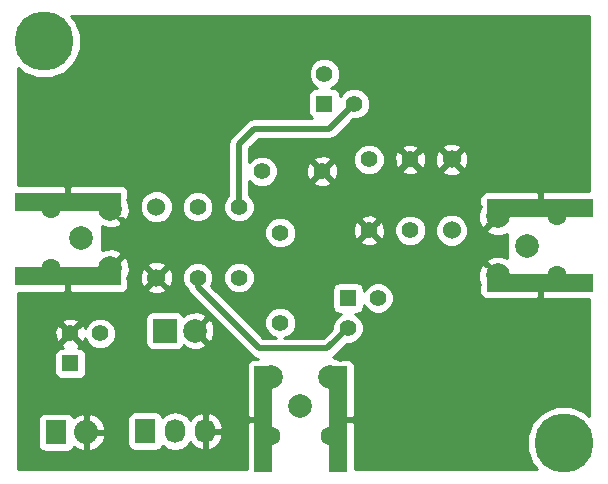
<source format=gtl>
G04 #@! TF.FileFunction,Copper,L1,Top,Signal*
%FSLAX45Y45*%
G04 Gerber Fmt 4.5, Leading zero omitted, Abs format (unit mm)*
G04 Created by KiCad (PCBNEW (2015-01-25 BZR 5388)-product) date Mo 03 Aug 2015 14:19:02 CEST*
%MOMM*%
G01*
G04 APERTURE LIST*
%ADD10C,0.150000*%
%ADD11R,1.800000X2.032000*%
%ADD12O,2.032000X2.032000*%
%ADD13C,5.001260*%
%ADD14C,1.524000*%
%ADD15C,1.397000*%
%ADD16R,1.397000X1.397000*%
%ADD17R,1.998980X1.998980*%
%ADD18C,1.998980*%
%ADD19R,1.524000X8.999220*%
%ADD20C,1.600200*%
%ADD21R,8.999220X1.524000*%
%ADD22R,1.727200X2.032000*%
%ADD23O,1.727200X2.032000*%
%ADD24C,0.508000*%
%ADD25C,0.254000*%
G04 APERTURE END LIST*
D10*
D11*
X12803000Y-9810000D03*
D12*
X13057000Y-9810000D03*
D13*
X17100042Y-9900158D03*
X12700000Y-6499860D03*
D14*
X16150082Y-8100060D03*
X16150082Y-7500112D03*
D15*
X15800070Y-8100060D03*
X15800070Y-7500112D03*
X15450058Y-8100060D03*
X15450058Y-7500112D03*
D14*
X13649960Y-7899908D03*
X13649960Y-8499856D03*
D15*
X13999972Y-7899908D03*
X13999972Y-8499856D03*
X14349984Y-7899908D03*
X14349984Y-8499856D03*
X15527020Y-8673084D03*
D16*
X15273020Y-8673084D03*
D15*
X15273020Y-8927084D03*
X14699996Y-8881110D03*
X14699996Y-8119110D03*
D17*
X13723112Y-8949944D03*
D18*
X13977112Y-8949944D03*
D15*
X14546072Y-7599934D03*
X15054072Y-7599934D03*
D16*
X12923012Y-9227058D03*
D15*
X12923012Y-8973058D03*
X13177012Y-8973058D03*
X15073122Y-6772910D03*
D16*
X15073122Y-7026910D03*
D15*
X15327122Y-7026910D03*
D19*
X15189454Y-9700006D03*
X14556994Y-9700006D03*
D18*
X14867890Y-9590024D03*
D20*
X14617954Y-9839960D03*
X15118080Y-9839960D03*
D18*
X15118080Y-9340088D03*
X14617954Y-9340088D03*
D21*
X16899890Y-7910576D03*
X16899890Y-8543036D03*
D18*
X16789908Y-8232140D03*
D20*
X17039844Y-8482076D03*
X17039844Y-7981950D03*
D18*
X16539972Y-7981950D03*
X16539972Y-8482076D03*
D21*
X12900152Y-8489442D03*
X12900152Y-7856982D03*
D18*
X13010134Y-8167878D03*
D20*
X12760198Y-7917942D03*
X12760198Y-8418068D03*
D18*
X13260070Y-8418068D03*
X13260070Y-7917942D03*
D22*
X13556000Y-9800000D03*
D23*
X13810000Y-9800000D03*
X14064000Y-9800000D03*
D24*
X13999972Y-8580120D02*
X14519910Y-9100058D01*
X14519910Y-9100058D02*
X15100046Y-9100058D01*
X15100046Y-9100058D02*
X15273020Y-8927084D01*
X13999972Y-8499856D02*
X13999972Y-8580120D01*
X14349984Y-7370064D02*
X14480032Y-7240016D01*
X14480032Y-7240016D02*
X15114016Y-7240016D01*
X15114016Y-7240016D02*
X15327122Y-7026910D01*
X14349984Y-7899908D02*
X14349984Y-7370064D01*
D25*
G36*
X17317466Y-9674129D02*
X17277893Y-9634487D01*
X17162687Y-9586650D01*
X17037944Y-9586541D01*
X16922655Y-9634177D01*
X16834371Y-9722307D01*
X16786534Y-9837513D01*
X16786425Y-9962256D01*
X16834061Y-10077545D01*
X16873775Y-10117328D01*
X16290996Y-10117328D01*
X16290996Y-7520882D01*
X16288218Y-7465375D01*
X16272322Y-7426998D01*
X16248103Y-7420051D01*
X16230143Y-7438012D01*
X16230143Y-7402091D01*
X16223196Y-7377872D01*
X16170852Y-7359198D01*
X16115345Y-7361976D01*
X16076968Y-7377872D01*
X16070021Y-7402091D01*
X16150082Y-7482151D01*
X16230143Y-7402091D01*
X16230143Y-7438012D01*
X16168042Y-7500112D01*
X16248103Y-7580173D01*
X16272322Y-7573226D01*
X16290996Y-7520882D01*
X16290996Y-10117328D01*
X16289806Y-10117328D01*
X16289806Y-8072394D01*
X16268583Y-8021030D01*
X16230143Y-7982522D01*
X16230143Y-7598133D01*
X16150082Y-7518072D01*
X16132121Y-7536033D01*
X16132121Y-7500112D01*
X16052061Y-7420051D01*
X16027842Y-7426998D01*
X16009168Y-7479342D01*
X16011946Y-7534849D01*
X16027842Y-7573226D01*
X16052061Y-7580173D01*
X16132121Y-7500112D01*
X16132121Y-7536033D01*
X16070021Y-7598133D01*
X16076968Y-7622352D01*
X16129312Y-7641026D01*
X16184819Y-7638248D01*
X16223196Y-7622352D01*
X16230143Y-7598133D01*
X16230143Y-7982522D01*
X16229319Y-7981697D01*
X16177992Y-7960384D01*
X16122416Y-7960336D01*
X16071052Y-7981559D01*
X16031719Y-8020823D01*
X16010406Y-8072150D01*
X16010358Y-8127726D01*
X16031581Y-8179090D01*
X16070845Y-8218423D01*
X16122172Y-8239736D01*
X16177748Y-8239784D01*
X16229112Y-8218561D01*
X16268445Y-8179297D01*
X16289758Y-8127970D01*
X16289806Y-8072394D01*
X16289806Y-10117328D01*
X15934663Y-10117328D01*
X15934663Y-7519364D01*
X15931785Y-7466392D01*
X15917050Y-7430819D01*
X15893489Y-7424654D01*
X15875528Y-7442614D01*
X15875528Y-7406693D01*
X15869363Y-7383132D01*
X15819322Y-7365519D01*
X15766350Y-7368397D01*
X15730777Y-7383132D01*
X15724612Y-7406693D01*
X15800070Y-7482151D01*
X15875528Y-7406693D01*
X15875528Y-7442614D01*
X15818030Y-7500112D01*
X15893489Y-7575570D01*
X15917050Y-7569405D01*
X15934663Y-7519364D01*
X15934663Y-10117328D01*
X15933443Y-10117328D01*
X15933443Y-8073651D01*
X15913185Y-8024622D01*
X15875705Y-7987077D01*
X15875528Y-7987004D01*
X15875528Y-7593531D01*
X15800070Y-7518072D01*
X15782109Y-7536033D01*
X15782109Y-7500112D01*
X15706651Y-7424654D01*
X15683090Y-7430819D01*
X15665477Y-7480860D01*
X15668355Y-7533832D01*
X15683090Y-7569405D01*
X15706651Y-7575570D01*
X15782109Y-7500112D01*
X15782109Y-7536033D01*
X15724612Y-7593531D01*
X15730777Y-7617092D01*
X15780818Y-7634705D01*
X15833790Y-7631827D01*
X15869363Y-7617092D01*
X15875528Y-7593531D01*
X15875528Y-7987004D01*
X15826711Y-7966733D01*
X15773661Y-7966687D01*
X15724632Y-7986945D01*
X15687087Y-8024425D01*
X15666743Y-8073419D01*
X15666697Y-8126469D01*
X15686955Y-8175498D01*
X15724435Y-8213043D01*
X15773429Y-8233387D01*
X15826479Y-8233433D01*
X15875508Y-8213175D01*
X15913053Y-8175695D01*
X15933397Y-8126701D01*
X15933443Y-8073651D01*
X15933443Y-10117328D01*
X15329154Y-10117328D01*
X15329154Y-9728581D01*
X15313279Y-9712706D01*
X15202154Y-9712706D01*
X15202154Y-9714706D01*
X15193529Y-9714706D01*
X15193486Y-9714565D01*
X15174754Y-9707832D01*
X15174754Y-9687306D01*
X15176754Y-9687306D01*
X15176754Y-9493881D01*
X15202154Y-9483360D01*
X15202154Y-9687306D01*
X15313279Y-9687306D01*
X15329154Y-9671431D01*
X15329154Y-9237414D01*
X15319487Y-9214075D01*
X15301624Y-9196212D01*
X15278285Y-9186545D01*
X15253023Y-9186545D01*
X15218029Y-9186545D01*
X15205720Y-9198854D01*
X15205476Y-9198192D01*
X15144522Y-9175548D01*
X15143978Y-9175568D01*
X15162908Y-9162920D01*
X15265400Y-9060427D01*
X15299429Y-9060457D01*
X15348458Y-9040199D01*
X15386003Y-9002719D01*
X15406347Y-8953725D01*
X15406393Y-8900675D01*
X15386135Y-8851646D01*
X15348655Y-8814101D01*
X15333186Y-8807678D01*
X15342870Y-8807678D01*
X15367082Y-8802980D01*
X15388363Y-8789001D01*
X15402608Y-8767898D01*
X15407614Y-8742934D01*
X15407614Y-8733296D01*
X15413905Y-8748522D01*
X15451385Y-8786067D01*
X15500379Y-8806411D01*
X15553429Y-8806457D01*
X15602458Y-8786199D01*
X15640003Y-8748719D01*
X15660347Y-8699725D01*
X15660393Y-8646675D01*
X15640135Y-8597646D01*
X15602655Y-8560101D01*
X15584651Y-8552625D01*
X15584651Y-8119312D01*
X15583431Y-8096863D01*
X15583431Y-7473703D01*
X15563173Y-7424674D01*
X15525693Y-7387129D01*
X15476699Y-7366785D01*
X15460495Y-7366771D01*
X15460495Y-7000501D01*
X15440237Y-6951472D01*
X15402757Y-6913927D01*
X15353763Y-6893583D01*
X15300713Y-6893537D01*
X15251684Y-6913795D01*
X15214139Y-6951275D01*
X15207716Y-6966744D01*
X15207716Y-6957060D01*
X15203018Y-6932848D01*
X15189039Y-6911567D01*
X15167936Y-6897322D01*
X15142972Y-6892316D01*
X15133334Y-6892316D01*
X15148560Y-6886025D01*
X15186105Y-6848545D01*
X15206449Y-6799551D01*
X15206495Y-6746501D01*
X15186237Y-6697472D01*
X15148757Y-6659927D01*
X15099763Y-6639583D01*
X15046713Y-6639537D01*
X14997684Y-6659795D01*
X14960139Y-6697275D01*
X14939795Y-6746269D01*
X14939749Y-6799319D01*
X14960007Y-6848348D01*
X14997487Y-6885893D01*
X15012956Y-6892316D01*
X15003272Y-6892316D01*
X14979060Y-6897014D01*
X14957779Y-6910993D01*
X14943534Y-6932096D01*
X14938528Y-6957060D01*
X14938528Y-7096760D01*
X14943226Y-7120972D01*
X14957205Y-7142253D01*
X14970335Y-7151116D01*
X14480032Y-7151116D01*
X14446011Y-7157883D01*
X14417170Y-7177154D01*
X14287122Y-7307202D01*
X14267851Y-7336043D01*
X14261084Y-7370064D01*
X14261084Y-7800232D01*
X14237001Y-7824273D01*
X14216657Y-7873267D01*
X14216611Y-7926317D01*
X14236869Y-7975346D01*
X14274349Y-8012891D01*
X14323343Y-8033235D01*
X14376393Y-8033281D01*
X14425422Y-8013023D01*
X14462967Y-7975543D01*
X14483311Y-7926549D01*
X14483357Y-7873499D01*
X14463099Y-7824470D01*
X14438884Y-7800213D01*
X14438884Y-7681309D01*
X14470437Y-7712917D01*
X14519431Y-7733261D01*
X14572481Y-7733307D01*
X14621510Y-7713049D01*
X14659055Y-7675569D01*
X14679399Y-7626575D01*
X14679445Y-7573525D01*
X14659187Y-7524496D01*
X14621707Y-7486951D01*
X14572713Y-7466607D01*
X14519663Y-7466561D01*
X14470634Y-7486819D01*
X14438884Y-7518514D01*
X14438884Y-7406888D01*
X14516856Y-7328916D01*
X15114016Y-7328916D01*
X15148036Y-7322149D01*
X15148037Y-7322149D01*
X15176878Y-7302878D01*
X15319502Y-7160253D01*
X15353531Y-7160283D01*
X15402560Y-7140025D01*
X15440105Y-7102545D01*
X15460449Y-7053551D01*
X15460495Y-7000501D01*
X15460495Y-7366771D01*
X15423649Y-7366739D01*
X15374620Y-7386997D01*
X15337075Y-7424477D01*
X15316731Y-7473471D01*
X15316685Y-7526521D01*
X15336943Y-7575550D01*
X15374423Y-7613095D01*
X15423417Y-7633439D01*
X15476467Y-7633485D01*
X15525496Y-7613227D01*
X15563041Y-7575747D01*
X15583385Y-7526753D01*
X15583431Y-7473703D01*
X15583431Y-8096863D01*
X15581773Y-8066340D01*
X15567038Y-8030767D01*
X15543477Y-8024602D01*
X15525516Y-8042562D01*
X15525516Y-8006641D01*
X15519351Y-7983080D01*
X15469310Y-7965467D01*
X15416338Y-7968345D01*
X15380765Y-7983080D01*
X15374600Y-8006641D01*
X15450058Y-8082099D01*
X15525516Y-8006641D01*
X15525516Y-8042562D01*
X15468018Y-8100060D01*
X15543477Y-8175518D01*
X15567038Y-8169353D01*
X15584651Y-8119312D01*
X15584651Y-8552625D01*
X15553661Y-8539757D01*
X15525516Y-8539733D01*
X15525516Y-8193479D01*
X15450058Y-8118020D01*
X15432097Y-8135981D01*
X15432097Y-8100060D01*
X15356639Y-8024602D01*
X15333078Y-8030767D01*
X15315465Y-8080808D01*
X15318343Y-8133780D01*
X15333078Y-8169353D01*
X15356639Y-8175518D01*
X15432097Y-8100060D01*
X15432097Y-8135981D01*
X15374600Y-8193479D01*
X15380765Y-8217040D01*
X15430806Y-8234653D01*
X15483778Y-8231775D01*
X15519351Y-8217040D01*
X15525516Y-8193479D01*
X15525516Y-8539733D01*
X15500611Y-8539711D01*
X15451582Y-8559969D01*
X15414037Y-8597449D01*
X15407614Y-8612918D01*
X15407614Y-8603234D01*
X15402916Y-8579022D01*
X15388937Y-8557741D01*
X15367834Y-8543496D01*
X15342870Y-8538490D01*
X15203170Y-8538490D01*
X15188665Y-8541304D01*
X15188665Y-7619186D01*
X15185787Y-7566214D01*
X15171052Y-7530641D01*
X15147491Y-7524476D01*
X15129530Y-7542436D01*
X15129530Y-7506515D01*
X15123365Y-7482954D01*
X15073324Y-7465341D01*
X15020352Y-7468219D01*
X14984779Y-7482954D01*
X14978614Y-7506515D01*
X15054072Y-7581973D01*
X15129530Y-7506515D01*
X15129530Y-7542436D01*
X15072032Y-7599934D01*
X15147491Y-7675392D01*
X15171052Y-7669227D01*
X15188665Y-7619186D01*
X15188665Y-8541304D01*
X15178958Y-8543188D01*
X15157677Y-8557167D01*
X15143432Y-8578270D01*
X15138426Y-8603234D01*
X15138426Y-8742934D01*
X15143124Y-8767146D01*
X15157103Y-8788427D01*
X15178206Y-8802672D01*
X15203170Y-8807678D01*
X15212808Y-8807678D01*
X15197582Y-8813969D01*
X15160037Y-8851449D01*
X15139693Y-8900443D01*
X15139663Y-8934717D01*
X15129530Y-8944850D01*
X15129530Y-7693353D01*
X15054072Y-7617894D01*
X15036111Y-7635855D01*
X15036111Y-7599934D01*
X14960653Y-7524476D01*
X14937092Y-7530641D01*
X14919479Y-7580682D01*
X14922357Y-7633654D01*
X14937092Y-7669227D01*
X14960653Y-7675392D01*
X15036111Y-7599934D01*
X15036111Y-7635855D01*
X14978614Y-7693353D01*
X14984779Y-7716914D01*
X15034820Y-7734527D01*
X15087792Y-7731649D01*
X15123365Y-7716914D01*
X15129530Y-7693353D01*
X15129530Y-8944850D01*
X15063222Y-9011158D01*
X14734452Y-9011158D01*
X14775434Y-8994225D01*
X14812979Y-8956745D01*
X14833323Y-8907751D01*
X14833369Y-8854701D01*
X14833369Y-8092701D01*
X14813111Y-8043672D01*
X14775631Y-8006127D01*
X14726637Y-7985783D01*
X14673587Y-7985737D01*
X14624558Y-8005995D01*
X14587013Y-8043475D01*
X14566669Y-8092469D01*
X14566623Y-8145519D01*
X14586881Y-8194548D01*
X14624361Y-8232093D01*
X14673355Y-8252437D01*
X14726405Y-8252483D01*
X14775434Y-8232225D01*
X14812979Y-8194745D01*
X14833323Y-8145751D01*
X14833369Y-8092701D01*
X14833369Y-8854701D01*
X14813111Y-8805672D01*
X14775631Y-8768127D01*
X14726637Y-8747783D01*
X14673587Y-8747737D01*
X14624558Y-8767995D01*
X14587013Y-8805475D01*
X14566669Y-8854469D01*
X14566623Y-8907519D01*
X14586881Y-8956548D01*
X14624361Y-8994093D01*
X14665458Y-9011158D01*
X14556733Y-9011158D01*
X14483357Y-8937782D01*
X14483357Y-8473447D01*
X14463099Y-8424418D01*
X14425619Y-8386873D01*
X14376625Y-8366529D01*
X14323575Y-8366483D01*
X14274546Y-8386741D01*
X14237001Y-8424221D01*
X14216657Y-8473215D01*
X14216611Y-8526265D01*
X14236869Y-8575294D01*
X14274349Y-8612839D01*
X14323343Y-8633183D01*
X14376393Y-8633229D01*
X14425422Y-8612971D01*
X14462967Y-8575491D01*
X14483311Y-8526497D01*
X14483357Y-8473447D01*
X14483357Y-8937782D01*
X14115335Y-8569759D01*
X14133299Y-8526497D01*
X14133345Y-8473447D01*
X14133345Y-7873499D01*
X14113087Y-7824470D01*
X14075607Y-7786925D01*
X14026613Y-7766581D01*
X13973563Y-7766535D01*
X13924534Y-7786793D01*
X13886989Y-7824273D01*
X13866645Y-7873267D01*
X13866599Y-7926317D01*
X13886857Y-7975346D01*
X13924337Y-8012891D01*
X13973331Y-8033235D01*
X14026381Y-8033281D01*
X14075410Y-8013023D01*
X14112955Y-7975543D01*
X14133299Y-7926549D01*
X14133345Y-7873499D01*
X14133345Y-8473447D01*
X14113087Y-8424418D01*
X14075607Y-8386873D01*
X14026613Y-8366529D01*
X13973563Y-8366483D01*
X13924534Y-8386741D01*
X13886989Y-8424221D01*
X13866645Y-8473215D01*
X13866599Y-8526265D01*
X13886857Y-8575294D01*
X13915899Y-8604386D01*
X13915899Y-8604386D01*
X13917839Y-8614141D01*
X13937110Y-8642982D01*
X14457048Y-9162920D01*
X14485889Y-9182191D01*
X14485889Y-9182191D01*
X14507779Y-9186545D01*
X14493425Y-9186545D01*
X14468163Y-9186545D01*
X14444824Y-9196212D01*
X14426961Y-9214075D01*
X14417294Y-9237414D01*
X14417294Y-9671431D01*
X14433169Y-9687306D01*
X14544294Y-9687306D01*
X14544294Y-9685306D01*
X14569694Y-9685306D01*
X14569694Y-9687306D01*
X14571694Y-9687306D01*
X14571694Y-9702492D01*
X14544294Y-9713842D01*
X14544294Y-9712706D01*
X14433169Y-9712706D01*
X14417294Y-9728581D01*
X14417294Y-10117328D01*
X14212518Y-10117328D01*
X14212518Y-9836191D01*
X14212518Y-9763809D01*
X14193195Y-9708568D01*
X14154204Y-9664927D01*
X14141652Y-9658881D01*
X14141652Y-8976386D01*
X14139246Y-8911406D01*
X14119008Y-8862548D01*
X14092328Y-8852688D01*
X13995072Y-8949944D01*
X14092328Y-9047200D01*
X14119008Y-9037340D01*
X14141652Y-8976386D01*
X14141652Y-9658881D01*
X14101479Y-9639529D01*
X14099903Y-9639264D01*
X14076700Y-9651378D01*
X14076700Y-9787300D01*
X14198092Y-9787300D01*
X14212518Y-9763809D01*
X14212518Y-9836191D01*
X14198092Y-9812700D01*
X14076700Y-9812700D01*
X14076700Y-9948622D01*
X14099903Y-9960736D01*
X14101479Y-9960471D01*
X14154204Y-9935073D01*
X14193195Y-9891432D01*
X14212518Y-9836191D01*
X14212518Y-10117328D01*
X14074368Y-10117328D01*
X14074368Y-9065160D01*
X13977112Y-8967905D01*
X13975698Y-8969319D01*
X13957737Y-8951358D01*
X13959151Y-8949944D01*
X13957737Y-8948530D01*
X13975698Y-8930569D01*
X13977112Y-8931984D01*
X14074368Y-8834728D01*
X14064508Y-8808048D01*
X14003554Y-8785404D01*
X13938574Y-8787810D01*
X13889716Y-8808048D01*
X13883126Y-8825880D01*
X13883107Y-8825783D01*
X13869128Y-8804502D01*
X13848025Y-8790257D01*
X13823061Y-8785251D01*
X13790874Y-8785251D01*
X13790874Y-8520626D01*
X13789684Y-8496846D01*
X13789684Y-7872242D01*
X13768461Y-7820878D01*
X13729197Y-7781545D01*
X13677870Y-7760232D01*
X13622294Y-7760184D01*
X13570930Y-7781407D01*
X13531597Y-7820671D01*
X13510284Y-7871998D01*
X13510236Y-7927574D01*
X13531459Y-7978938D01*
X13570723Y-8018271D01*
X13622050Y-8039584D01*
X13677626Y-8039632D01*
X13728990Y-8018409D01*
X13768323Y-7979145D01*
X13789636Y-7927818D01*
X13789684Y-7872242D01*
X13789684Y-8496846D01*
X13788096Y-8465119D01*
X13772200Y-8426742D01*
X13747981Y-8419795D01*
X13730021Y-8437756D01*
X13730021Y-8401835D01*
X13723074Y-8377616D01*
X13670730Y-8358942D01*
X13615223Y-8361720D01*
X13576846Y-8377616D01*
X13569899Y-8401835D01*
X13649960Y-8481896D01*
X13730021Y-8401835D01*
X13730021Y-8437756D01*
X13667920Y-8499856D01*
X13747981Y-8579917D01*
X13772200Y-8572970D01*
X13790874Y-8520626D01*
X13790874Y-8785251D01*
X13730021Y-8785251D01*
X13730021Y-8597877D01*
X13649960Y-8517817D01*
X13631999Y-8535777D01*
X13631999Y-8499856D01*
X13551939Y-8419795D01*
X13527720Y-8426742D01*
X13509046Y-8479086D01*
X13511824Y-8534593D01*
X13527720Y-8572970D01*
X13551939Y-8579917D01*
X13631999Y-8499856D01*
X13631999Y-8535777D01*
X13569899Y-8597877D01*
X13576846Y-8622096D01*
X13629190Y-8640770D01*
X13684697Y-8637992D01*
X13723074Y-8622096D01*
X13730021Y-8597877D01*
X13730021Y-8785251D01*
X13623163Y-8785251D01*
X13598951Y-8789949D01*
X13577670Y-8803928D01*
X13563425Y-8825031D01*
X13558419Y-8849995D01*
X13558419Y-9049893D01*
X13563117Y-9074105D01*
X13577096Y-9095386D01*
X13598199Y-9109631D01*
X13623163Y-9114637D01*
X13823061Y-9114637D01*
X13847273Y-9109939D01*
X13868554Y-9095960D01*
X13882799Y-9074857D01*
X13883024Y-9073732D01*
X13889716Y-9091841D01*
X13950670Y-9114484D01*
X14015650Y-9112078D01*
X14064508Y-9091841D01*
X14074368Y-9065160D01*
X14074368Y-10117328D01*
X14051300Y-10117328D01*
X14051300Y-9948622D01*
X14051300Y-9812700D01*
X14049300Y-9812700D01*
X14049300Y-9787300D01*
X14051300Y-9787300D01*
X14051300Y-9651378D01*
X14028097Y-9639264D01*
X14026521Y-9639529D01*
X13973796Y-9664927D01*
X13936646Y-9706507D01*
X13915967Y-9675559D01*
X13867349Y-9643073D01*
X13810000Y-9631666D01*
X13752651Y-9643073D01*
X13704033Y-9675559D01*
X13702978Y-9677137D01*
X13702406Y-9674188D01*
X13688427Y-9652907D01*
X13667324Y-9638662D01*
X13642360Y-9633656D01*
X13469640Y-9633656D01*
X13445428Y-9638354D01*
X13424147Y-9652333D01*
X13409902Y-9673436D01*
X13404896Y-9698400D01*
X13404896Y-9901600D01*
X13409594Y-9925812D01*
X13423573Y-9947093D01*
X13444676Y-9961338D01*
X13469640Y-9966344D01*
X13642360Y-9966344D01*
X13666572Y-9961646D01*
X13687853Y-9947667D01*
X13702098Y-9926564D01*
X13702872Y-9922704D01*
X13704033Y-9924442D01*
X13752651Y-9956927D01*
X13810000Y-9968335D01*
X13867349Y-9956927D01*
X13915967Y-9924442D01*
X13936646Y-9893493D01*
X13973796Y-9935073D01*
X14026521Y-9960471D01*
X14028097Y-9960736D01*
X14051300Y-9948622D01*
X14051300Y-10117328D01*
X13310385Y-10117328D01*
X13310385Y-8946649D01*
X13290127Y-8897620D01*
X13252647Y-8860075D01*
X13203653Y-8839731D01*
X13150603Y-8839685D01*
X13101574Y-8859943D01*
X13064029Y-8897423D01*
X13050681Y-8929570D01*
X13039992Y-8903765D01*
X13016431Y-8897600D01*
X12998470Y-8915560D01*
X12998470Y-8879639D01*
X12992305Y-8856078D01*
X12942264Y-8838465D01*
X12889292Y-8841343D01*
X12853719Y-8856078D01*
X12847554Y-8879639D01*
X12923012Y-8955098D01*
X12998470Y-8879639D01*
X12998470Y-8915560D01*
X12940972Y-8973058D01*
X13016431Y-9048516D01*
X13039992Y-9042351D01*
X13049820Y-9014427D01*
X13063897Y-9048496D01*
X13101377Y-9086041D01*
X13150371Y-9106385D01*
X13203421Y-9106431D01*
X13252450Y-9086173D01*
X13289995Y-9048693D01*
X13310339Y-8999699D01*
X13310385Y-8946649D01*
X13310385Y-10117328D01*
X13217597Y-10117328D01*
X13217597Y-9848294D01*
X13217597Y-9771706D01*
X13197638Y-9723518D01*
X13153838Y-9676281D01*
X13095295Y-9649402D01*
X13069700Y-9661263D01*
X13069700Y-9797300D01*
X13205684Y-9797300D01*
X13217597Y-9771706D01*
X13217597Y-9848294D01*
X13205684Y-9822700D01*
X13069700Y-9822700D01*
X13069700Y-9958737D01*
X13095295Y-9970598D01*
X13153838Y-9943719D01*
X13197638Y-9896482D01*
X13217597Y-9848294D01*
X13217597Y-10117328D01*
X13057606Y-10117328D01*
X13057606Y-9296908D01*
X13057606Y-9157208D01*
X13052908Y-9132996D01*
X13038929Y-9111715D01*
X13017826Y-9097470D01*
X12992862Y-9092464D01*
X12986448Y-9092464D01*
X12992305Y-9090038D01*
X12998470Y-9066477D01*
X12923012Y-8991019D01*
X12905051Y-9008979D01*
X12905051Y-8973058D01*
X12829593Y-8897600D01*
X12806032Y-8903765D01*
X12788419Y-8953806D01*
X12791297Y-9006778D01*
X12806032Y-9042351D01*
X12829593Y-9048516D01*
X12905051Y-8973058D01*
X12905051Y-9008979D01*
X12847554Y-9066477D01*
X12853719Y-9090038D01*
X12860612Y-9092464D01*
X12853162Y-9092464D01*
X12828950Y-9097162D01*
X12807669Y-9111141D01*
X12793424Y-9132244D01*
X12788418Y-9157208D01*
X12788418Y-9296908D01*
X12793116Y-9321120D01*
X12807095Y-9342401D01*
X12828198Y-9356646D01*
X12853162Y-9361652D01*
X12992862Y-9361652D01*
X13017074Y-9356954D01*
X13038355Y-9342975D01*
X13052600Y-9321872D01*
X13057606Y-9296908D01*
X13057606Y-10117328D01*
X13044300Y-10117328D01*
X13044300Y-9958737D01*
X13044300Y-9822700D01*
X13042300Y-9822700D01*
X13042300Y-9797300D01*
X13044300Y-9797300D01*
X13044300Y-9661263D01*
X13018705Y-9649402D01*
X12960162Y-9676281D01*
X12952957Y-9684052D01*
X12939067Y-9662907D01*
X12917964Y-9648662D01*
X12893000Y-9643656D01*
X12713000Y-9643656D01*
X12688788Y-9648354D01*
X12667507Y-9662333D01*
X12653262Y-9683436D01*
X12648256Y-9708400D01*
X12648256Y-9911600D01*
X12652954Y-9935812D01*
X12666933Y-9957093D01*
X12688036Y-9971338D01*
X12713000Y-9976344D01*
X12893000Y-9976344D01*
X12917212Y-9971646D01*
X12938493Y-9957667D01*
X12952738Y-9936564D01*
X12952878Y-9935863D01*
X12960162Y-9943719D01*
X13018705Y-9970598D01*
X13044300Y-9958737D01*
X13044300Y-10117328D01*
X12482576Y-10117328D01*
X12482576Y-8629142D01*
X12871577Y-8629142D01*
X12887452Y-8613267D01*
X12887452Y-8502142D01*
X12885452Y-8502142D01*
X12885452Y-8493517D01*
X12885593Y-8493475D01*
X12892326Y-8474742D01*
X12912852Y-8474742D01*
X12912852Y-8476742D01*
X13106276Y-8476742D01*
X13116797Y-8502142D01*
X12912852Y-8502142D01*
X12912852Y-8613267D01*
X12928727Y-8629142D01*
X13362744Y-8629142D01*
X13386083Y-8619475D01*
X13403946Y-8601612D01*
X13413613Y-8578273D01*
X13413613Y-8553011D01*
X13413613Y-8518017D01*
X13401304Y-8505708D01*
X13401966Y-8505464D01*
X13424610Y-8444510D01*
X13422204Y-8379530D01*
X13401966Y-8330672D01*
X13375286Y-8320812D01*
X13346356Y-8349742D01*
X13310435Y-8349742D01*
X13357326Y-8302852D01*
X13347466Y-8276171D01*
X13286512Y-8253528D01*
X13221532Y-8255934D01*
X13192700Y-8267876D01*
X13192700Y-8067278D01*
X13233628Y-8082482D01*
X13298608Y-8080076D01*
X13347466Y-8059838D01*
X13357326Y-8033158D01*
X13320849Y-7996682D01*
X13356770Y-7996682D01*
X13375286Y-8015198D01*
X13401966Y-8005338D01*
X13424610Y-7944384D01*
X13422204Y-7879404D01*
X13404751Y-7837269D01*
X13413613Y-7828407D01*
X13413613Y-7793413D01*
X13413613Y-7768151D01*
X13403946Y-7744812D01*
X13386083Y-7726949D01*
X13362744Y-7717282D01*
X12928727Y-7717282D01*
X12912852Y-7733157D01*
X12912852Y-7844282D01*
X13113071Y-7844282D01*
X13103635Y-7869682D01*
X12912852Y-7869682D01*
X12912852Y-7871682D01*
X12897665Y-7871682D01*
X12886316Y-7844282D01*
X12887452Y-7844282D01*
X12887452Y-7733157D01*
X12871577Y-7717282D01*
X12482576Y-7717282D01*
X12482576Y-6725889D01*
X12522149Y-6765531D01*
X12637355Y-6813368D01*
X12762098Y-6813477D01*
X12877387Y-6765841D01*
X12965671Y-6677711D01*
X13013508Y-6562505D01*
X13013617Y-6437762D01*
X12965981Y-6322473D01*
X12926014Y-6282436D01*
X17317466Y-6282436D01*
X17317466Y-7770876D01*
X16928465Y-7770876D01*
X16912590Y-7786751D01*
X16912590Y-7897876D01*
X16914590Y-7897876D01*
X16914590Y-7906501D01*
X16914449Y-7906543D01*
X16907716Y-7925276D01*
X16887190Y-7925276D01*
X16887190Y-7923276D01*
X16693765Y-7923276D01*
X16683244Y-7897876D01*
X16887190Y-7897876D01*
X16887190Y-7786751D01*
X16871315Y-7770876D01*
X16437298Y-7770876D01*
X16413959Y-7780543D01*
X16396096Y-7798406D01*
X16386429Y-7821745D01*
X16386429Y-7847007D01*
X16386429Y-7882001D01*
X16398737Y-7894309D01*
X16398075Y-7894554D01*
X16375432Y-7955508D01*
X16377838Y-8020488D01*
X16398075Y-8069346D01*
X16424756Y-8079206D01*
X16453685Y-8050276D01*
X16489606Y-8050276D01*
X16442716Y-8097166D01*
X16452576Y-8123846D01*
X16513530Y-8146490D01*
X16578510Y-8144084D01*
X16617300Y-8128017D01*
X16617300Y-8336439D01*
X16566414Y-8317536D01*
X16501434Y-8319942D01*
X16452576Y-8340179D01*
X16442716Y-8366860D01*
X16479192Y-8403336D01*
X16443271Y-8403336D01*
X16424756Y-8384820D01*
X16398075Y-8394680D01*
X16375432Y-8455634D01*
X16377838Y-8520614D01*
X16395291Y-8562749D01*
X16386429Y-8571611D01*
X16386429Y-8606605D01*
X16386429Y-8631867D01*
X16396096Y-8655206D01*
X16413959Y-8673069D01*
X16437298Y-8682736D01*
X16871315Y-8682736D01*
X16887190Y-8666861D01*
X16887190Y-8555736D01*
X16686971Y-8555736D01*
X16696407Y-8530336D01*
X16887190Y-8530336D01*
X16887190Y-8528336D01*
X16902376Y-8528336D01*
X16913726Y-8555736D01*
X16912590Y-8555736D01*
X16912590Y-8666861D01*
X16928465Y-8682736D01*
X17317466Y-8682736D01*
X17317466Y-9674129D01*
X17317466Y-9674129D01*
G37*
X17317466Y-9674129D02*
X17277893Y-9634487D01*
X17162687Y-9586650D01*
X17037944Y-9586541D01*
X16922655Y-9634177D01*
X16834371Y-9722307D01*
X16786534Y-9837513D01*
X16786425Y-9962256D01*
X16834061Y-10077545D01*
X16873775Y-10117328D01*
X16290996Y-10117328D01*
X16290996Y-7520882D01*
X16288218Y-7465375D01*
X16272322Y-7426998D01*
X16248103Y-7420051D01*
X16230143Y-7438012D01*
X16230143Y-7402091D01*
X16223196Y-7377872D01*
X16170852Y-7359198D01*
X16115345Y-7361976D01*
X16076968Y-7377872D01*
X16070021Y-7402091D01*
X16150082Y-7482151D01*
X16230143Y-7402091D01*
X16230143Y-7438012D01*
X16168042Y-7500112D01*
X16248103Y-7580173D01*
X16272322Y-7573226D01*
X16290996Y-7520882D01*
X16290996Y-10117328D01*
X16289806Y-10117328D01*
X16289806Y-8072394D01*
X16268583Y-8021030D01*
X16230143Y-7982522D01*
X16230143Y-7598133D01*
X16150082Y-7518072D01*
X16132121Y-7536033D01*
X16132121Y-7500112D01*
X16052061Y-7420051D01*
X16027842Y-7426998D01*
X16009168Y-7479342D01*
X16011946Y-7534849D01*
X16027842Y-7573226D01*
X16052061Y-7580173D01*
X16132121Y-7500112D01*
X16132121Y-7536033D01*
X16070021Y-7598133D01*
X16076968Y-7622352D01*
X16129312Y-7641026D01*
X16184819Y-7638248D01*
X16223196Y-7622352D01*
X16230143Y-7598133D01*
X16230143Y-7982522D01*
X16229319Y-7981697D01*
X16177992Y-7960384D01*
X16122416Y-7960336D01*
X16071052Y-7981559D01*
X16031719Y-8020823D01*
X16010406Y-8072150D01*
X16010358Y-8127726D01*
X16031581Y-8179090D01*
X16070845Y-8218423D01*
X16122172Y-8239736D01*
X16177748Y-8239784D01*
X16229112Y-8218561D01*
X16268445Y-8179297D01*
X16289758Y-8127970D01*
X16289806Y-8072394D01*
X16289806Y-10117328D01*
X15934663Y-10117328D01*
X15934663Y-7519364D01*
X15931785Y-7466392D01*
X15917050Y-7430819D01*
X15893489Y-7424654D01*
X15875528Y-7442614D01*
X15875528Y-7406693D01*
X15869363Y-7383132D01*
X15819322Y-7365519D01*
X15766350Y-7368397D01*
X15730777Y-7383132D01*
X15724612Y-7406693D01*
X15800070Y-7482151D01*
X15875528Y-7406693D01*
X15875528Y-7442614D01*
X15818030Y-7500112D01*
X15893489Y-7575570D01*
X15917050Y-7569405D01*
X15934663Y-7519364D01*
X15934663Y-10117328D01*
X15933443Y-10117328D01*
X15933443Y-8073651D01*
X15913185Y-8024622D01*
X15875705Y-7987077D01*
X15875528Y-7987004D01*
X15875528Y-7593531D01*
X15800070Y-7518072D01*
X15782109Y-7536033D01*
X15782109Y-7500112D01*
X15706651Y-7424654D01*
X15683090Y-7430819D01*
X15665477Y-7480860D01*
X15668355Y-7533832D01*
X15683090Y-7569405D01*
X15706651Y-7575570D01*
X15782109Y-7500112D01*
X15782109Y-7536033D01*
X15724612Y-7593531D01*
X15730777Y-7617092D01*
X15780818Y-7634705D01*
X15833790Y-7631827D01*
X15869363Y-7617092D01*
X15875528Y-7593531D01*
X15875528Y-7987004D01*
X15826711Y-7966733D01*
X15773661Y-7966687D01*
X15724632Y-7986945D01*
X15687087Y-8024425D01*
X15666743Y-8073419D01*
X15666697Y-8126469D01*
X15686955Y-8175498D01*
X15724435Y-8213043D01*
X15773429Y-8233387D01*
X15826479Y-8233433D01*
X15875508Y-8213175D01*
X15913053Y-8175695D01*
X15933397Y-8126701D01*
X15933443Y-8073651D01*
X15933443Y-10117328D01*
X15329154Y-10117328D01*
X15329154Y-9728581D01*
X15313279Y-9712706D01*
X15202154Y-9712706D01*
X15202154Y-9714706D01*
X15193529Y-9714706D01*
X15193486Y-9714565D01*
X15174754Y-9707832D01*
X15174754Y-9687306D01*
X15176754Y-9687306D01*
X15176754Y-9493881D01*
X15202154Y-9483360D01*
X15202154Y-9687306D01*
X15313279Y-9687306D01*
X15329154Y-9671431D01*
X15329154Y-9237414D01*
X15319487Y-9214075D01*
X15301624Y-9196212D01*
X15278285Y-9186545D01*
X15253023Y-9186545D01*
X15218029Y-9186545D01*
X15205720Y-9198854D01*
X15205476Y-9198192D01*
X15144522Y-9175548D01*
X15143978Y-9175568D01*
X15162908Y-9162920D01*
X15265400Y-9060427D01*
X15299429Y-9060457D01*
X15348458Y-9040199D01*
X15386003Y-9002719D01*
X15406347Y-8953725D01*
X15406393Y-8900675D01*
X15386135Y-8851646D01*
X15348655Y-8814101D01*
X15333186Y-8807678D01*
X15342870Y-8807678D01*
X15367082Y-8802980D01*
X15388363Y-8789001D01*
X15402608Y-8767898D01*
X15407614Y-8742934D01*
X15407614Y-8733296D01*
X15413905Y-8748522D01*
X15451385Y-8786067D01*
X15500379Y-8806411D01*
X15553429Y-8806457D01*
X15602458Y-8786199D01*
X15640003Y-8748719D01*
X15660347Y-8699725D01*
X15660393Y-8646675D01*
X15640135Y-8597646D01*
X15602655Y-8560101D01*
X15584651Y-8552625D01*
X15584651Y-8119312D01*
X15583431Y-8096863D01*
X15583431Y-7473703D01*
X15563173Y-7424674D01*
X15525693Y-7387129D01*
X15476699Y-7366785D01*
X15460495Y-7366771D01*
X15460495Y-7000501D01*
X15440237Y-6951472D01*
X15402757Y-6913927D01*
X15353763Y-6893583D01*
X15300713Y-6893537D01*
X15251684Y-6913795D01*
X15214139Y-6951275D01*
X15207716Y-6966744D01*
X15207716Y-6957060D01*
X15203018Y-6932848D01*
X15189039Y-6911567D01*
X15167936Y-6897322D01*
X15142972Y-6892316D01*
X15133334Y-6892316D01*
X15148560Y-6886025D01*
X15186105Y-6848545D01*
X15206449Y-6799551D01*
X15206495Y-6746501D01*
X15186237Y-6697472D01*
X15148757Y-6659927D01*
X15099763Y-6639583D01*
X15046713Y-6639537D01*
X14997684Y-6659795D01*
X14960139Y-6697275D01*
X14939795Y-6746269D01*
X14939749Y-6799319D01*
X14960007Y-6848348D01*
X14997487Y-6885893D01*
X15012956Y-6892316D01*
X15003272Y-6892316D01*
X14979060Y-6897014D01*
X14957779Y-6910993D01*
X14943534Y-6932096D01*
X14938528Y-6957060D01*
X14938528Y-7096760D01*
X14943226Y-7120972D01*
X14957205Y-7142253D01*
X14970335Y-7151116D01*
X14480032Y-7151116D01*
X14446011Y-7157883D01*
X14417170Y-7177154D01*
X14287122Y-7307202D01*
X14267851Y-7336043D01*
X14261084Y-7370064D01*
X14261084Y-7800232D01*
X14237001Y-7824273D01*
X14216657Y-7873267D01*
X14216611Y-7926317D01*
X14236869Y-7975346D01*
X14274349Y-8012891D01*
X14323343Y-8033235D01*
X14376393Y-8033281D01*
X14425422Y-8013023D01*
X14462967Y-7975543D01*
X14483311Y-7926549D01*
X14483357Y-7873499D01*
X14463099Y-7824470D01*
X14438884Y-7800213D01*
X14438884Y-7681309D01*
X14470437Y-7712917D01*
X14519431Y-7733261D01*
X14572481Y-7733307D01*
X14621510Y-7713049D01*
X14659055Y-7675569D01*
X14679399Y-7626575D01*
X14679445Y-7573525D01*
X14659187Y-7524496D01*
X14621707Y-7486951D01*
X14572713Y-7466607D01*
X14519663Y-7466561D01*
X14470634Y-7486819D01*
X14438884Y-7518514D01*
X14438884Y-7406888D01*
X14516856Y-7328916D01*
X15114016Y-7328916D01*
X15148036Y-7322149D01*
X15148037Y-7322149D01*
X15176878Y-7302878D01*
X15319502Y-7160253D01*
X15353531Y-7160283D01*
X15402560Y-7140025D01*
X15440105Y-7102545D01*
X15460449Y-7053551D01*
X15460495Y-7000501D01*
X15460495Y-7366771D01*
X15423649Y-7366739D01*
X15374620Y-7386997D01*
X15337075Y-7424477D01*
X15316731Y-7473471D01*
X15316685Y-7526521D01*
X15336943Y-7575550D01*
X15374423Y-7613095D01*
X15423417Y-7633439D01*
X15476467Y-7633485D01*
X15525496Y-7613227D01*
X15563041Y-7575747D01*
X15583385Y-7526753D01*
X15583431Y-7473703D01*
X15583431Y-8096863D01*
X15581773Y-8066340D01*
X15567038Y-8030767D01*
X15543477Y-8024602D01*
X15525516Y-8042562D01*
X15525516Y-8006641D01*
X15519351Y-7983080D01*
X15469310Y-7965467D01*
X15416338Y-7968345D01*
X15380765Y-7983080D01*
X15374600Y-8006641D01*
X15450058Y-8082099D01*
X15525516Y-8006641D01*
X15525516Y-8042562D01*
X15468018Y-8100060D01*
X15543477Y-8175518D01*
X15567038Y-8169353D01*
X15584651Y-8119312D01*
X15584651Y-8552625D01*
X15553661Y-8539757D01*
X15525516Y-8539733D01*
X15525516Y-8193479D01*
X15450058Y-8118020D01*
X15432097Y-8135981D01*
X15432097Y-8100060D01*
X15356639Y-8024602D01*
X15333078Y-8030767D01*
X15315465Y-8080808D01*
X15318343Y-8133780D01*
X15333078Y-8169353D01*
X15356639Y-8175518D01*
X15432097Y-8100060D01*
X15432097Y-8135981D01*
X15374600Y-8193479D01*
X15380765Y-8217040D01*
X15430806Y-8234653D01*
X15483778Y-8231775D01*
X15519351Y-8217040D01*
X15525516Y-8193479D01*
X15525516Y-8539733D01*
X15500611Y-8539711D01*
X15451582Y-8559969D01*
X15414037Y-8597449D01*
X15407614Y-8612918D01*
X15407614Y-8603234D01*
X15402916Y-8579022D01*
X15388937Y-8557741D01*
X15367834Y-8543496D01*
X15342870Y-8538490D01*
X15203170Y-8538490D01*
X15188665Y-8541304D01*
X15188665Y-7619186D01*
X15185787Y-7566214D01*
X15171052Y-7530641D01*
X15147491Y-7524476D01*
X15129530Y-7542436D01*
X15129530Y-7506515D01*
X15123365Y-7482954D01*
X15073324Y-7465341D01*
X15020352Y-7468219D01*
X14984779Y-7482954D01*
X14978614Y-7506515D01*
X15054072Y-7581973D01*
X15129530Y-7506515D01*
X15129530Y-7542436D01*
X15072032Y-7599934D01*
X15147491Y-7675392D01*
X15171052Y-7669227D01*
X15188665Y-7619186D01*
X15188665Y-8541304D01*
X15178958Y-8543188D01*
X15157677Y-8557167D01*
X15143432Y-8578270D01*
X15138426Y-8603234D01*
X15138426Y-8742934D01*
X15143124Y-8767146D01*
X15157103Y-8788427D01*
X15178206Y-8802672D01*
X15203170Y-8807678D01*
X15212808Y-8807678D01*
X15197582Y-8813969D01*
X15160037Y-8851449D01*
X15139693Y-8900443D01*
X15139663Y-8934717D01*
X15129530Y-8944850D01*
X15129530Y-7693353D01*
X15054072Y-7617894D01*
X15036111Y-7635855D01*
X15036111Y-7599934D01*
X14960653Y-7524476D01*
X14937092Y-7530641D01*
X14919479Y-7580682D01*
X14922357Y-7633654D01*
X14937092Y-7669227D01*
X14960653Y-7675392D01*
X15036111Y-7599934D01*
X15036111Y-7635855D01*
X14978614Y-7693353D01*
X14984779Y-7716914D01*
X15034820Y-7734527D01*
X15087792Y-7731649D01*
X15123365Y-7716914D01*
X15129530Y-7693353D01*
X15129530Y-8944850D01*
X15063222Y-9011158D01*
X14734452Y-9011158D01*
X14775434Y-8994225D01*
X14812979Y-8956745D01*
X14833323Y-8907751D01*
X14833369Y-8854701D01*
X14833369Y-8092701D01*
X14813111Y-8043672D01*
X14775631Y-8006127D01*
X14726637Y-7985783D01*
X14673587Y-7985737D01*
X14624558Y-8005995D01*
X14587013Y-8043475D01*
X14566669Y-8092469D01*
X14566623Y-8145519D01*
X14586881Y-8194548D01*
X14624361Y-8232093D01*
X14673355Y-8252437D01*
X14726405Y-8252483D01*
X14775434Y-8232225D01*
X14812979Y-8194745D01*
X14833323Y-8145751D01*
X14833369Y-8092701D01*
X14833369Y-8854701D01*
X14813111Y-8805672D01*
X14775631Y-8768127D01*
X14726637Y-8747783D01*
X14673587Y-8747737D01*
X14624558Y-8767995D01*
X14587013Y-8805475D01*
X14566669Y-8854469D01*
X14566623Y-8907519D01*
X14586881Y-8956548D01*
X14624361Y-8994093D01*
X14665458Y-9011158D01*
X14556733Y-9011158D01*
X14483357Y-8937782D01*
X14483357Y-8473447D01*
X14463099Y-8424418D01*
X14425619Y-8386873D01*
X14376625Y-8366529D01*
X14323575Y-8366483D01*
X14274546Y-8386741D01*
X14237001Y-8424221D01*
X14216657Y-8473215D01*
X14216611Y-8526265D01*
X14236869Y-8575294D01*
X14274349Y-8612839D01*
X14323343Y-8633183D01*
X14376393Y-8633229D01*
X14425422Y-8612971D01*
X14462967Y-8575491D01*
X14483311Y-8526497D01*
X14483357Y-8473447D01*
X14483357Y-8937782D01*
X14115335Y-8569759D01*
X14133299Y-8526497D01*
X14133345Y-8473447D01*
X14133345Y-7873499D01*
X14113087Y-7824470D01*
X14075607Y-7786925D01*
X14026613Y-7766581D01*
X13973563Y-7766535D01*
X13924534Y-7786793D01*
X13886989Y-7824273D01*
X13866645Y-7873267D01*
X13866599Y-7926317D01*
X13886857Y-7975346D01*
X13924337Y-8012891D01*
X13973331Y-8033235D01*
X14026381Y-8033281D01*
X14075410Y-8013023D01*
X14112955Y-7975543D01*
X14133299Y-7926549D01*
X14133345Y-7873499D01*
X14133345Y-8473447D01*
X14113087Y-8424418D01*
X14075607Y-8386873D01*
X14026613Y-8366529D01*
X13973563Y-8366483D01*
X13924534Y-8386741D01*
X13886989Y-8424221D01*
X13866645Y-8473215D01*
X13866599Y-8526265D01*
X13886857Y-8575294D01*
X13915899Y-8604386D01*
X13915899Y-8604386D01*
X13917839Y-8614141D01*
X13937110Y-8642982D01*
X14457048Y-9162920D01*
X14485889Y-9182191D01*
X14485889Y-9182191D01*
X14507779Y-9186545D01*
X14493425Y-9186545D01*
X14468163Y-9186545D01*
X14444824Y-9196212D01*
X14426961Y-9214075D01*
X14417294Y-9237414D01*
X14417294Y-9671431D01*
X14433169Y-9687306D01*
X14544294Y-9687306D01*
X14544294Y-9685306D01*
X14569694Y-9685306D01*
X14569694Y-9687306D01*
X14571694Y-9687306D01*
X14571694Y-9702492D01*
X14544294Y-9713842D01*
X14544294Y-9712706D01*
X14433169Y-9712706D01*
X14417294Y-9728581D01*
X14417294Y-10117328D01*
X14212518Y-10117328D01*
X14212518Y-9836191D01*
X14212518Y-9763809D01*
X14193195Y-9708568D01*
X14154204Y-9664927D01*
X14141652Y-9658881D01*
X14141652Y-8976386D01*
X14139246Y-8911406D01*
X14119008Y-8862548D01*
X14092328Y-8852688D01*
X13995072Y-8949944D01*
X14092328Y-9047200D01*
X14119008Y-9037340D01*
X14141652Y-8976386D01*
X14141652Y-9658881D01*
X14101479Y-9639529D01*
X14099903Y-9639264D01*
X14076700Y-9651378D01*
X14076700Y-9787300D01*
X14198092Y-9787300D01*
X14212518Y-9763809D01*
X14212518Y-9836191D01*
X14198092Y-9812700D01*
X14076700Y-9812700D01*
X14076700Y-9948622D01*
X14099903Y-9960736D01*
X14101479Y-9960471D01*
X14154204Y-9935073D01*
X14193195Y-9891432D01*
X14212518Y-9836191D01*
X14212518Y-10117328D01*
X14074368Y-10117328D01*
X14074368Y-9065160D01*
X13977112Y-8967905D01*
X13975698Y-8969319D01*
X13957737Y-8951358D01*
X13959151Y-8949944D01*
X13957737Y-8948530D01*
X13975698Y-8930569D01*
X13977112Y-8931984D01*
X14074368Y-8834728D01*
X14064508Y-8808048D01*
X14003554Y-8785404D01*
X13938574Y-8787810D01*
X13889716Y-8808048D01*
X13883126Y-8825880D01*
X13883107Y-8825783D01*
X13869128Y-8804502D01*
X13848025Y-8790257D01*
X13823061Y-8785251D01*
X13790874Y-8785251D01*
X13790874Y-8520626D01*
X13789684Y-8496846D01*
X13789684Y-7872242D01*
X13768461Y-7820878D01*
X13729197Y-7781545D01*
X13677870Y-7760232D01*
X13622294Y-7760184D01*
X13570930Y-7781407D01*
X13531597Y-7820671D01*
X13510284Y-7871998D01*
X13510236Y-7927574D01*
X13531459Y-7978938D01*
X13570723Y-8018271D01*
X13622050Y-8039584D01*
X13677626Y-8039632D01*
X13728990Y-8018409D01*
X13768323Y-7979145D01*
X13789636Y-7927818D01*
X13789684Y-7872242D01*
X13789684Y-8496846D01*
X13788096Y-8465119D01*
X13772200Y-8426742D01*
X13747981Y-8419795D01*
X13730021Y-8437756D01*
X13730021Y-8401835D01*
X13723074Y-8377616D01*
X13670730Y-8358942D01*
X13615223Y-8361720D01*
X13576846Y-8377616D01*
X13569899Y-8401835D01*
X13649960Y-8481896D01*
X13730021Y-8401835D01*
X13730021Y-8437756D01*
X13667920Y-8499856D01*
X13747981Y-8579917D01*
X13772200Y-8572970D01*
X13790874Y-8520626D01*
X13790874Y-8785251D01*
X13730021Y-8785251D01*
X13730021Y-8597877D01*
X13649960Y-8517817D01*
X13631999Y-8535777D01*
X13631999Y-8499856D01*
X13551939Y-8419795D01*
X13527720Y-8426742D01*
X13509046Y-8479086D01*
X13511824Y-8534593D01*
X13527720Y-8572970D01*
X13551939Y-8579917D01*
X13631999Y-8499856D01*
X13631999Y-8535777D01*
X13569899Y-8597877D01*
X13576846Y-8622096D01*
X13629190Y-8640770D01*
X13684697Y-8637992D01*
X13723074Y-8622096D01*
X13730021Y-8597877D01*
X13730021Y-8785251D01*
X13623163Y-8785251D01*
X13598951Y-8789949D01*
X13577670Y-8803928D01*
X13563425Y-8825031D01*
X13558419Y-8849995D01*
X13558419Y-9049893D01*
X13563117Y-9074105D01*
X13577096Y-9095386D01*
X13598199Y-9109631D01*
X13623163Y-9114637D01*
X13823061Y-9114637D01*
X13847273Y-9109939D01*
X13868554Y-9095960D01*
X13882799Y-9074857D01*
X13883024Y-9073732D01*
X13889716Y-9091841D01*
X13950670Y-9114484D01*
X14015650Y-9112078D01*
X14064508Y-9091841D01*
X14074368Y-9065160D01*
X14074368Y-10117328D01*
X14051300Y-10117328D01*
X14051300Y-9948622D01*
X14051300Y-9812700D01*
X14049300Y-9812700D01*
X14049300Y-9787300D01*
X14051300Y-9787300D01*
X14051300Y-9651378D01*
X14028097Y-9639264D01*
X14026521Y-9639529D01*
X13973796Y-9664927D01*
X13936646Y-9706507D01*
X13915967Y-9675559D01*
X13867349Y-9643073D01*
X13810000Y-9631666D01*
X13752651Y-9643073D01*
X13704033Y-9675559D01*
X13702978Y-9677137D01*
X13702406Y-9674188D01*
X13688427Y-9652907D01*
X13667324Y-9638662D01*
X13642360Y-9633656D01*
X13469640Y-9633656D01*
X13445428Y-9638354D01*
X13424147Y-9652333D01*
X13409902Y-9673436D01*
X13404896Y-9698400D01*
X13404896Y-9901600D01*
X13409594Y-9925812D01*
X13423573Y-9947093D01*
X13444676Y-9961338D01*
X13469640Y-9966344D01*
X13642360Y-9966344D01*
X13666572Y-9961646D01*
X13687853Y-9947667D01*
X13702098Y-9926564D01*
X13702872Y-9922704D01*
X13704033Y-9924442D01*
X13752651Y-9956927D01*
X13810000Y-9968335D01*
X13867349Y-9956927D01*
X13915967Y-9924442D01*
X13936646Y-9893493D01*
X13973796Y-9935073D01*
X14026521Y-9960471D01*
X14028097Y-9960736D01*
X14051300Y-9948622D01*
X14051300Y-10117328D01*
X13310385Y-10117328D01*
X13310385Y-8946649D01*
X13290127Y-8897620D01*
X13252647Y-8860075D01*
X13203653Y-8839731D01*
X13150603Y-8839685D01*
X13101574Y-8859943D01*
X13064029Y-8897423D01*
X13050681Y-8929570D01*
X13039992Y-8903765D01*
X13016431Y-8897600D01*
X12998470Y-8915560D01*
X12998470Y-8879639D01*
X12992305Y-8856078D01*
X12942264Y-8838465D01*
X12889292Y-8841343D01*
X12853719Y-8856078D01*
X12847554Y-8879639D01*
X12923012Y-8955098D01*
X12998470Y-8879639D01*
X12998470Y-8915560D01*
X12940972Y-8973058D01*
X13016431Y-9048516D01*
X13039992Y-9042351D01*
X13049820Y-9014427D01*
X13063897Y-9048496D01*
X13101377Y-9086041D01*
X13150371Y-9106385D01*
X13203421Y-9106431D01*
X13252450Y-9086173D01*
X13289995Y-9048693D01*
X13310339Y-8999699D01*
X13310385Y-8946649D01*
X13310385Y-10117328D01*
X13217597Y-10117328D01*
X13217597Y-9848294D01*
X13217597Y-9771706D01*
X13197638Y-9723518D01*
X13153838Y-9676281D01*
X13095295Y-9649402D01*
X13069700Y-9661263D01*
X13069700Y-9797300D01*
X13205684Y-9797300D01*
X13217597Y-9771706D01*
X13217597Y-9848294D01*
X13205684Y-9822700D01*
X13069700Y-9822700D01*
X13069700Y-9958737D01*
X13095295Y-9970598D01*
X13153838Y-9943719D01*
X13197638Y-9896482D01*
X13217597Y-9848294D01*
X13217597Y-10117328D01*
X13057606Y-10117328D01*
X13057606Y-9296908D01*
X13057606Y-9157208D01*
X13052908Y-9132996D01*
X13038929Y-9111715D01*
X13017826Y-9097470D01*
X12992862Y-9092464D01*
X12986448Y-9092464D01*
X12992305Y-9090038D01*
X12998470Y-9066477D01*
X12923012Y-8991019D01*
X12905051Y-9008979D01*
X12905051Y-8973058D01*
X12829593Y-8897600D01*
X12806032Y-8903765D01*
X12788419Y-8953806D01*
X12791297Y-9006778D01*
X12806032Y-9042351D01*
X12829593Y-9048516D01*
X12905051Y-8973058D01*
X12905051Y-9008979D01*
X12847554Y-9066477D01*
X12853719Y-9090038D01*
X12860612Y-9092464D01*
X12853162Y-9092464D01*
X12828950Y-9097162D01*
X12807669Y-9111141D01*
X12793424Y-9132244D01*
X12788418Y-9157208D01*
X12788418Y-9296908D01*
X12793116Y-9321120D01*
X12807095Y-9342401D01*
X12828198Y-9356646D01*
X12853162Y-9361652D01*
X12992862Y-9361652D01*
X13017074Y-9356954D01*
X13038355Y-9342975D01*
X13052600Y-9321872D01*
X13057606Y-9296908D01*
X13057606Y-10117328D01*
X13044300Y-10117328D01*
X13044300Y-9958737D01*
X13044300Y-9822700D01*
X13042300Y-9822700D01*
X13042300Y-9797300D01*
X13044300Y-9797300D01*
X13044300Y-9661263D01*
X13018705Y-9649402D01*
X12960162Y-9676281D01*
X12952957Y-9684052D01*
X12939067Y-9662907D01*
X12917964Y-9648662D01*
X12893000Y-9643656D01*
X12713000Y-9643656D01*
X12688788Y-9648354D01*
X12667507Y-9662333D01*
X12653262Y-9683436D01*
X12648256Y-9708400D01*
X12648256Y-9911600D01*
X12652954Y-9935812D01*
X12666933Y-9957093D01*
X12688036Y-9971338D01*
X12713000Y-9976344D01*
X12893000Y-9976344D01*
X12917212Y-9971646D01*
X12938493Y-9957667D01*
X12952738Y-9936564D01*
X12952878Y-9935863D01*
X12960162Y-9943719D01*
X13018705Y-9970598D01*
X13044300Y-9958737D01*
X13044300Y-10117328D01*
X12482576Y-10117328D01*
X12482576Y-8629142D01*
X12871577Y-8629142D01*
X12887452Y-8613267D01*
X12887452Y-8502142D01*
X12885452Y-8502142D01*
X12885452Y-8493517D01*
X12885593Y-8493475D01*
X12892326Y-8474742D01*
X12912852Y-8474742D01*
X12912852Y-8476742D01*
X13106276Y-8476742D01*
X13116797Y-8502142D01*
X12912852Y-8502142D01*
X12912852Y-8613267D01*
X12928727Y-8629142D01*
X13362744Y-8629142D01*
X13386083Y-8619475D01*
X13403946Y-8601612D01*
X13413613Y-8578273D01*
X13413613Y-8553011D01*
X13413613Y-8518017D01*
X13401304Y-8505708D01*
X13401966Y-8505464D01*
X13424610Y-8444510D01*
X13422204Y-8379530D01*
X13401966Y-8330672D01*
X13375286Y-8320812D01*
X13346356Y-8349742D01*
X13310435Y-8349742D01*
X13357326Y-8302852D01*
X13347466Y-8276171D01*
X13286512Y-8253528D01*
X13221532Y-8255934D01*
X13192700Y-8267876D01*
X13192700Y-8067278D01*
X13233628Y-8082482D01*
X13298608Y-8080076D01*
X13347466Y-8059838D01*
X13357326Y-8033158D01*
X13320849Y-7996682D01*
X13356770Y-7996682D01*
X13375286Y-8015198D01*
X13401966Y-8005338D01*
X13424610Y-7944384D01*
X13422204Y-7879404D01*
X13404751Y-7837269D01*
X13413613Y-7828407D01*
X13413613Y-7793413D01*
X13413613Y-7768151D01*
X13403946Y-7744812D01*
X13386083Y-7726949D01*
X13362744Y-7717282D01*
X12928727Y-7717282D01*
X12912852Y-7733157D01*
X12912852Y-7844282D01*
X13113071Y-7844282D01*
X13103635Y-7869682D01*
X12912852Y-7869682D01*
X12912852Y-7871682D01*
X12897665Y-7871682D01*
X12886316Y-7844282D01*
X12887452Y-7844282D01*
X12887452Y-7733157D01*
X12871577Y-7717282D01*
X12482576Y-7717282D01*
X12482576Y-6725889D01*
X12522149Y-6765531D01*
X12637355Y-6813368D01*
X12762098Y-6813477D01*
X12877387Y-6765841D01*
X12965671Y-6677711D01*
X13013508Y-6562505D01*
X13013617Y-6437762D01*
X12965981Y-6322473D01*
X12926014Y-6282436D01*
X17317466Y-6282436D01*
X17317466Y-7770876D01*
X16928465Y-7770876D01*
X16912590Y-7786751D01*
X16912590Y-7897876D01*
X16914590Y-7897876D01*
X16914590Y-7906501D01*
X16914449Y-7906543D01*
X16907716Y-7925276D01*
X16887190Y-7925276D01*
X16887190Y-7923276D01*
X16693765Y-7923276D01*
X16683244Y-7897876D01*
X16887190Y-7897876D01*
X16887190Y-7786751D01*
X16871315Y-7770876D01*
X16437298Y-7770876D01*
X16413959Y-7780543D01*
X16396096Y-7798406D01*
X16386429Y-7821745D01*
X16386429Y-7847007D01*
X16386429Y-7882001D01*
X16398737Y-7894309D01*
X16398075Y-7894554D01*
X16375432Y-7955508D01*
X16377838Y-8020488D01*
X16398075Y-8069346D01*
X16424756Y-8079206D01*
X16453685Y-8050276D01*
X16489606Y-8050276D01*
X16442716Y-8097166D01*
X16452576Y-8123846D01*
X16513530Y-8146490D01*
X16578510Y-8144084D01*
X16617300Y-8128017D01*
X16617300Y-8336439D01*
X16566414Y-8317536D01*
X16501434Y-8319942D01*
X16452576Y-8340179D01*
X16442716Y-8366860D01*
X16479192Y-8403336D01*
X16443271Y-8403336D01*
X16424756Y-8384820D01*
X16398075Y-8394680D01*
X16375432Y-8455634D01*
X16377838Y-8520614D01*
X16395291Y-8562749D01*
X16386429Y-8571611D01*
X16386429Y-8606605D01*
X16386429Y-8631867D01*
X16396096Y-8655206D01*
X16413959Y-8673069D01*
X16437298Y-8682736D01*
X16871315Y-8682736D01*
X16887190Y-8666861D01*
X16887190Y-8555736D01*
X16686971Y-8555736D01*
X16696407Y-8530336D01*
X16887190Y-8530336D01*
X16887190Y-8528336D01*
X16902376Y-8528336D01*
X16913726Y-8555736D01*
X16912590Y-8555736D01*
X16912590Y-8666861D01*
X16928465Y-8682736D01*
X17317466Y-8682736D01*
X17317466Y-9674129D01*
M02*

</source>
